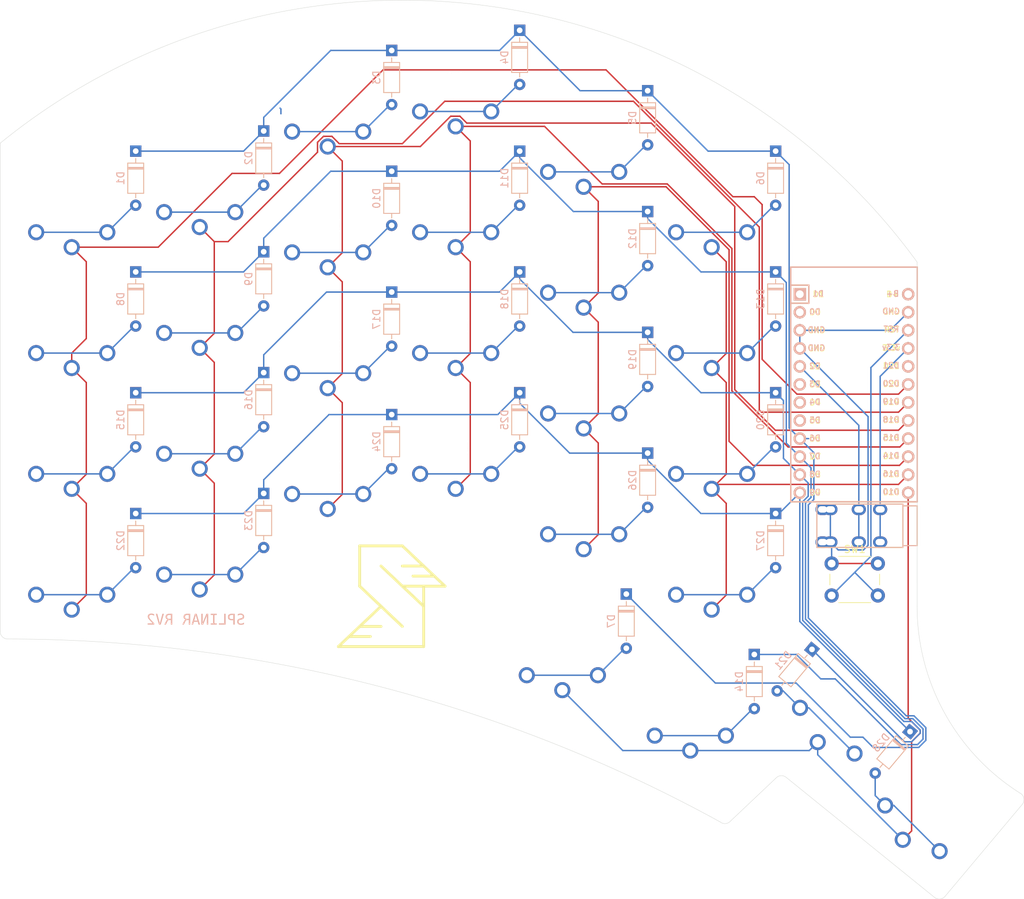
<source format=kicad_pcb>
(kicad_pcb (version 20240108) (generator "pcbnew") (generator_version "8.0")
  (layers (0 "F.Cu" signal) (31 "B.Cu" signal) (34 "B.Paste" user) (35 "F.Paste" user) (36 "B.SilkS" user "B.Silkscreen") (37 "F.SilkS" user "F.Silkscreen") (38 "B.Mask" user) (39 "F.Mask" user) (44 "Edge.Cuts" user))
  (net 0 "")
  (net 1 "Net-(D1-A)")
  (net 2 "Row 0")
  (net 3 "Net-(D2-A)")
  (net 4 "Net-(D3-A)")
  (net 5 "Net-(D4-A)")
  (net 6 "Net-(D5-A)")
  (net 7 "Net-(D6-A)")
  (net 8 "Net-(D7-A)")
  (net 9 "Row 1")
  (net 10 "Net-(D8-A)")
  (net 11 "Net-(D9-A)")
  (net 12 "Net-(D10-A)")
  (net 13 "Net-(D11-A)")
  (net 14 "Net-(D12-A)")
  (net 15 "Net-(D13-A)")
  (net 16 "Net-(D14-A)")
  (net 17 "Net-(D15-A)")
  (net 18 "Row 2")
  (net 19 "Net-(D16-A)")
  (net 20 "Net-(D17-A)")
  (net 21 "Net-(D18-A)")
  (net 22 "Net-(D19-A)")
  (net 23 "Net-(D20-A)")
  (net 24 "Net-(D21-A)")
  (net 25 "Row 3")
  (net 26 "Net-(D22-A)")
  (net 27 "Net-(D23-A)")
  (net 28 "Net-(D24-A)")
  (net 29 "Net-(D25-A)")
  (net 30 "Net-(D26-A)")
  (net 31 "Net-(D27-A)")
  (net 32 "Net-(D28-A)")
  (net 33 "Column 0")
  (net 34 "Column 1")
  (net 35 "Column 2")
  (net 36 "Column 3")
  (net 37 "Column 4")
  (net 38 "Column 5")
  (net 39 "Column 6")
  (net 40 "GND")
  (net 47 "RST")
  (net 48 "SDA")
  (net 49 "VCC")
  (footprint "Flippy:Kailh-PG1350-1u-reversible-No-Clickhole" (layer "F.Cu") (at 72 105.066661)
    (property "Reference" "S23")
    (property "Value" "Keyswitch" (hide yes))
  )
  (footprint "Flippy:Kailh-PG1350-1u-reversible-No-Clickhole" (layer "F.Cu") (at 72 71.066661)
    (property "Reference" "S9")
    (property "Value" "Keyswitch" (hide yes))
  )
  (footprint "Flippy:Kailh-PG1350-1u-reversible-No-Clickhole" (layer "F.Cu") (at 126 99.399995)
    (property "Reference" "S26")
    (property "Value" "Keyswitch" (hide yes))
  )
  (footprint "Button_Switch_THT:SW_PUSH_6mm_H4.3mm" (layer "F.Cu") (at 160.875 107.3125)
    (property "Reference" "SW1")
    (property "Value" "SW_Push")
  )
  (footprint "Flippy:Kailh-PG1350-1u-reversible-No-Clickhole" (layer "F.Cu") (at 126 82.399995)
    (property "Reference" "S19")
    (property "Value" "Keyswitch" (hide yes))
  )
  (footprint "Flippy:Kailh-PG1350-1u-reversible-No-Clickhole" (layer "F.Cu") (at 90 76.733329)
    (property "Reference" "S17")
    (property "Value" "Keyswitch" (hide yes))
  )
  (footprint "Flippy:Kailh-PG1350-1u-reversible-No-Clickhole" (layer "F.Cu") (at 54 73.9)
    (property "Reference" "S8")
    (property "Value" "Keyswitch" (hide yes))
  )
  (footprint "Flippy:Kailh-PG1350-1u-reversible-No-Clickhole" (layer "F.Cu") (at 162.707553 127.926004 -40)
    (property "Reference" "S21")
    (property "Value" "Keyswitch" (hide yes))
  )
  (footprint "Flippy:Kailh-PG1350-1u-reversible-No-Clickhole" (layer "F.Cu") (at 72 88.066661)
    (property "Reference" "S16")
    (property "Value" "Keyswitch" (hide yes))
  )
  (footprint "Flippy:Kailh-PG1350-1u-reversible-No-Clickhole" (layer "F.Cu") (at 90 93.733329)
    (property "Reference" "S24")
    (property "Value" "Keyswitch" (hide yes))
  )
  (footprint "Flippy:Kailh-PG1350-1u-reversible-No-Clickhole" (layer "F.Cu") (at 126 48.399995)
    (property "Reference" "S5")
    (property "Value" "Keyswitch" (hide yes))
  )
  (footprint "Flippy:Kailh-PG1350-1u-reversible-No-Clickhole" (layer "F.Cu") (at 126 65.399995)
    (property "Reference" "S12")
    (property "Value" "Keyswitch" (hide yes))
  )
  (footprint "Flippy:Kailh-PG1350-1u-reversible-No-Clickhole" (layer "F.Cu") (at 144 73.899994)
    (property "Reference" "S13")
    (property "Value" "Keyswitch" (hide yes))
  )
  (footprint "Flippy:Kailh-PG1350-1u-reversible-No-Clickhole" (layer "F.Cu") (at 90 42.733329)
    (property "Reference" "S3")
    (property "Value" "Keyswitch" (hide yes))
  )
  (footprint "Flippy:Kailh-PG1350-1u-reversible-No-Clickhole" (layer "F.Cu") (at 108 56.899996)
    (property "Reference" "S11")
    (property "Value" "Keyswitch" (hide yes))
  )
  (footprint "Flippy:Kailh-PG1350-1u-reversible-No-Clickhole" (layer "F.Cu") (at 144 107.899994)
    (property "Reference" "S27")
    (property "Value" "Keyswitch" (hide yes))
  )
  (footprint "ScottoKeebs_MCU:Nice_Nano_V2" (layer "F.Cu") (at 164.02 83.386683)
    (property "Reference" "U2" (hide yes))
    (property "Value" "Nice_Nano_V2" (hide yes))
  )
  (footprint "Flippy:Kailh-PG1350-1u-reversible-No-Clickhole" (layer "F.Cu") (at 108 90.899996)
    (property "Reference" "S25")
    (property "Value" "Keyswitch" (hide yes))
  )
  (footprint "Flippy:Kailh-PG1350-1u-reversible-No-Clickhole" (layer "F.Cu") (at 54 90.9)
    (property "Reference" "S15")
    (property "Value" "Keyswitch" (hide yes))
  )
  (footprint "Flippy:Kailh-PG1350-1u-reversible-No-Clickhole" (layer "F.Cu") (at 54 56.9)
    (property "Reference" "S1")
    (property "Value" "Keyswitch" (hide yes))
  )
  (footprint "Flippy:TRRS_PJ-320A_FLIP" (layer "F.Cu") (at 170.9 102.000024 -90)
    (property "Reference" "U1")
    (property "Value" "TRRS")
  )
  (footprint "Flippy:Kailh-PG1350-1u-reversible-No-Clickhole" (layer "F.Cu") (at 123 119.23332)
    (property "Reference" "S7")
    (property "Value" "Keyswitch" (hide yes))
  )
  (footprint "Flippy:Kailh-PG1350-1u-reversible-No-Clickhole" (layer "F.Cu") (at 144 90.899994)
    (property "Reference" "S20")
    (property "Value" "Keyswitch" (hide yes))
  )
  (footprint "Flippy:Kailh-PG1350-1u-reversible-No-Clickhole" (layer "F.Cu") (at 144 56.899994)
    (property "Reference" "S6")
    (property "Value" "Keyswitch" (hide yes))
  )
  (footprint "Flippy:Kailh-PG1350-1u-reversible-No-Clickhole" (layer "F.Cu") (at 108 39.899996)
    (property "Reference" "S4")
    (property "Value" "Keyswitch" (hide yes))
  )
  (footprint "Flippy:Kailh-PG1350-1u-reversible-No-Clickhole" (layer "F.Cu") (at 174.675112 141.66665 -40)
    (property "Reference" "S28")
    (property "Value" "Keyswitch" (hide yes))
  )
  (footprint "Flippy:Kailh-PG1350-1u-reversible-No-Clickhole" (layer "F.Cu") (at 90 59.733329)
    (property "Reference" "S10")
    (property "Value" "Keyswitch" (hide yes))
  )
  (footprint "Flippy:Kailh-PG1350-1u-reversible-No-Clickhole" (layer "F.Cu") (at 54 107.9)
    (property "Reference" "S22")
    (property "Value" "Keyswitch" (hide yes))
  )
  (footprint "Flippy:Kailh-PG1350-1u-reversible-No-Clickhole" (layer "F.Cu") (at 108 73.899996)
    (property "Reference" "S18")
    (property "Value" "Keyswitch" (hide yes))
  )
  (footprint "Flippy:Kailh-PG1350-1u-reversible-No-Clickhole" (layer "F.Cu") (at 141 127.733319)
    (property "Reference" "S14")
    (property "Value" "Keyswitch" (hide yes))
  )
  (footprint "Flippy:Kailh-PG1350-1u-reversible-No-Clickhole" (layer "F.Cu") (at 72 54.066661)
    (property "Reference" "S2")
    (property "Value" "Keyswitch" (hide yes))
  )
  (footprint "Flippy:Diode_DO-35-FLIP" (layer "B.Cu") (at 150 120.113319 -90)
    (property "Reference" "D14")
    (property "Value" "Diode")
  )
  (footprint "Flippy:Diode_DO-35-FLIP" (layer "B.Cu") (at 81 63.446661 -90)
    (property "Reference" "D9")
    (property "Value" "Diode")
  )
  (footprint "Flippy:Diode_DO-35-FLIP" (layer "B.Cu") (at 81 80.446661 -90)
    (property "Reference" "D16")
    (property "Value" "Diode")
  )
  (footprint "Flippy:Diode_DO-35-FLIP" (layer "B.Cu") (at 63 66.28 -90)
    (property "Reference" "D8")
    (property "Value" "Diode")
  )
  (footprint "Flippy:Diode_DO-35-FLIP" (layer "B.Cu") (at 117 49.279996 -90)
    (property "Reference" "D11")
    (property "Value" "Diode")
  )
  (footprint "Flippy:Diode_DO-35-FLIP" (layer "B.Cu") (at 135 91.779994 -90)
    (property "Reference" "D26")
    (property "Value" "Diode")
  )
  (footprint "Flippy:Diode_DO-35-FLIP" (layer "B.Cu") (at 117 66.28 -90)
    (property "Reference" "D18")
    (property "Value" "Diode")
  )
  (footprint "Flippy:Diode_DO-35-FLIP" (layer "B.Cu") (at 63 83.28 -90)
    (property "Reference" "D15")
    (property "Value" "Diode")
  )
  (footprint "Flippy:Diode_DO-35-FLIP" (layer "B.Cu") (at 153 49.279994 -90)
    (property "Reference" "D6")
    (property "Value" "Diode")
  )
  (footprint "Flippy:Diode_DO-35-FLIP" (layer "B.Cu") (at 63 49.28 -90)
    (property "Reference" "D1")
    (property "Value" "Diode")
  )
  (footprint "Flippy:Diode_DO-35-FLIP" (layer "B.Cu") (at 81 46.446661 -90)
    (property "Reference" "D2")
    (property "Value" "Diode")
  )
  (footprint "Flippy:Diode_DO-35-FLIP" (layer "B.Cu") (at 117 32.279996 -90)
    (property "Reference" "D4")
    (property "Value" "Diode")
  )
  (footprint "Flippy:Diode_DO-35-FLIP" (layer "B.Cu") (at 99 35.113329 -90)
    (property "Reference" "D3")
    (property "Value" "Diode")
  )
  (footprint "Flippy:Diode_DO-35-FLIP" (layer "B.Cu") (at 135 40.78 -90)
    (property "Reference" "D5")
    (property "Value" "Diode")
  )
  (footprint "Flippy:Diode_DO-35-FLIP" (layer "B.Cu") (at 99 86.355 -90)
    (property "Reference" "D24")
    (property "Value" "Diode")
  )
  (footprint "Flippy:Diode_DO-35-FLIP" (layer "B.Cu") (at 153 66.279994 -90)
    (property "Reference" "D13")
    (property "Value" "Diode")
  )
  (footprint "Flippy:Diode_DO-35-FLIP" (layer "B.Cu") (at 135 57.78 -90)
    (property "Reference" "D12")
    (property "Value" "Diode")
  )
  (footprint "Flippy:Diode_DO-35-FLIP" (layer "B.Cu") (at 158.1112 119.4 -130)
    (property "Reference" "D21")
    (property "Value" "Diode")
  )
  (footprint "Flippy:Diode_DO-35-FLIP" (layer "B.Cu") (at 117 83.279996 -90)
    (property "Reference" "D25")
    (property "Value" "Diode")
  )
  (footprint "Flippy:Diode_DO-35-FLIP" (layer "B.Cu") (at 132 111.613319 -90)
    (property "Reference" "D7")
    (property "Value" "Diode")
  )
  (footprint "Flippy:Diode_DO-35-FLIP" (layer "B.Cu") (at 99 69.113329 -90)
    (property "Reference" "D17")
    (property "Value" "Diode")
  )
  (footprint "Flippy:Diode_DO-35-FLIP" (layer "B.Cu") (at 99 52.113329 -90)
    (property "Reference" "D10")
    (property "Value" "Diode")
  )
  (footprint "Flippy:Diode_DO-35-FLIP" (layer "B.Cu") (at 81 97.446661 -90)
    (property "Reference" "D23")
    (property "Value" "Diode")
  )
  (footprint "Flippy:Diode_DO-35-FLIP" (layer "B.Cu") (at 153 100.28 -90)
    (property "Reference" "D27")
    (property "Value" "Diode")
  )
  (footprint "Flippy:Diode_DO-35-FLIP" (layer "B.Cu") (at 171.9 130.970177 -130)
    (property "Reference" "D28")
    (property "Value" "Diode")
  )
  (footprint "Flippy:Diode_DO-35-FLIP" (layer "B.Cu") (at 153 83.28 -90)
    (property "Reference" "D20")
    (property "Value" "Diode")
  )
  (footprint "Flippy:Diode_DO-35-FLIP" (layer "B.Cu") (at 135 74.78 -90)
    (property "Reference" "D19")
    (property "Value" "Diode")
  )
  (footprint "Flippy:Diode_DO-35-FLIP" (layer "B.Cu") (at 63 100.28 -90)
    (property "Reference" "D22")
    (property "Value" "Diode")
  )
  (gr_line (start 102 109.083359) (end 105 109.083359) (stroke (width 0.4)) (layer "F.SilkS"))
  (gr_line (start 106.5 110.500026) (end 100.5 110.500026) (stroke (width 0.4)) (layer "F.SilkS"))
  (gr_line (start 100.5 116.166694) (end 94.499957 110.500071) (stroke (width 0.4)) (layer "F.SilkS"))
  (gr_line (start 100.5 104.833358) (end 106.5 110.500026) (stroke (width 0.4)) (layer "F.SilkS"))
  (gr_line (start 97.5 113.33336) (end 91.499957 118.999983) (stroke (width 0.4)) (layer "F.SilkS"))
  (gr_line (start 100.5 107.666692) (end 103.5 107.666692) (stroke (width 0.4)) (layer "F.SilkS"))
  (gr_line (start 94.5 104.833358) (end 100.5 104.833358) (stroke (width 0.4)) (layer "F.SilkS"))
  (gr_line (start 94.5 110.500026) (end 94.5 104.833358) (stroke (width 0.4)) (layer "F.SilkS"))
  (gr_line (start 97.5 107.666692) (end 103.5 113.33336) (stroke (width 0.4)) (layer "F.SilkS"))
  (gr_line (start 94.5 116.166694) (end 97.5 116.166694) (stroke (width 0.4)) (layer "F.SilkS"))
  (gr_line (start 91.5 119.000028) (end 103.5 119.000028) (stroke (width 0.4)) (layer "F.SilkS"))
  (gr_line (start 103.5 119.000028) (end 103.5 110.500026) (stroke (width 0.4)) (layer "F.SilkS"))
  (gr_line (start 93 117.583361) (end 96 117.583361) (stroke (width 0.4)) (layer "F.SilkS"))
  (gr_line (start 105 109.083359) (end 103.5 107.666692) (stroke (width 0.1)) (layer "F.SilkS"))
  (gr_arc (start 45 117.9375) (mid 44.248699 117.626301) (end 43.9375 116.875) (stroke (width 0.05)) (layer "Edge.Cuts"))
  (gr_arc (start 146.676237 143.535476) (mid 145.954913 143.910928) (end 145.179352 143.666435) (stroke (width 0.05)) (layer "Edge.Cuts"))
  (gr_line (start 154.5 137.416699) (end 175.329594 154.281959) (stroke (width 0.05)) (layer "Edge.Cuts"))
  (gr_line (start 187.67352 141.223999) (end 176.826479 154.151) (stroke (width 0.05)) (layer "Edge.Cuts"))
  (gr_arc (start 176.826479 154.151) (mid 176.105159 154.526495) (end 175.329594 154.281959) (stroke (width 0.05)) (layer "Edge.Cuts"))
  (gr_arc (start 187.542559 139.727116) (mid 176.802804 128.426081) (end 172.895696 113.33336) (stroke (width 0.05)) (layer "Edge.Cuts"))
  (gr_arc (start 187.542559 139.727117) (mid 187.918053 140.448435) (end 187.67352 141.223999) (stroke (width 0.05)) (layer "Edge.Cuts"))
  (gr_arc (start 43.937496 48.166662) (mid 112.010304 28.782979) (end 172.891486 64.881676) (stroke (width 0.05)) (layer "Edge.Cuts"))
  (gr_arc (start 45 117.9375) (mid 96.71528 124.472443) (end 145.179352 143.666435) (stroke (width 0.05)) (layer "Edge.Cuts"))
  (gr_line (start 146.676237 143.535476) (end 153.003115 137.547658) (stroke (width 0.05)) (layer "Edge.Cuts"))
  (gr_line (start 43.937495 48.166661) (end 43.9375 116.875) (stroke (width 0.05)) (layer "Edge.Cuts"))
  (gr_line (start 172.895696 113.33336) (end 172.891486 64.881676) (stroke (width 0.05)) (layer "Edge.Cuts"))
  (gr_arc (start 153.003115 137.547658) (mid 153.724439 137.172206) (end 154.5 137.416699) (stroke (width 0.05)) (layer "Edge.Cuts"))
  (gr_text "SPLINAR RV2" (at 64.5 116.166694 0) (layer "B.SilkS") (effects (font (size 1.5 1.5) (thickness 0.1)) (justify right bottom mirror)))
  (segment (start 62.8 56.9) (end 63 56.9) (width 0.2) (layer "B.Cu") (net 1))
  (segment (start 49 60.7) (end 59 60.7) (width 0.2) (layer "B.Cu") (net 1))
  (segment (start 59 60.7) (end 62.8 56.9) (width 0.2) (layer "B.Cu") (net 1))
  (segment (start 83.422089 44.024572) (end 83.422089 43.352474) (width 0.2) (layer "B.Cu") (net 2))
  (segment (start 154.9 51.179994) (end 153 49.279994) (width 0.2) (layer "B.Cu") (net 2))
  (segment (start 90.422944 35.113329) (end 99 35.113329) (width 0.2) (layer "B.Cu") (net 2))
  (segment (start 125.500004 40.78) (end 117 32.279996) (width 0.2) (layer "B.Cu") (net 2))
  (segment (start 157.6 99.06669) (end 158.3763 98.29039) (width 0.2) (layer "B.Cu") (net 2))
  (segment (start 173.118474 133.197243) (end 174.127066 132.18865) (width 0.2) (layer "B.Cu") (net 2))
  (segment (start 171.369992 128.743111) (end 157.6 114.973119) (width 0.2) (layer "B.Cu") (net 2))
  (segment (start 158.3763 91.712983) (end 156.4 89.736683) (width 0.2) (layer "B.Cu") (net 2))
  (segment (start 156.4 89.736683) (end 157.639275 89.736683) (width 0.2) (layer "B.Cu") (net 2))
  (segment (start 143.499994 49.279994) (end 135 40.78) (width 0.2) (layer "B.Cu") (net 2))
  (segment (start 163.5 131.750031) (end 165.274027 131.750031) (width 0.2) (layer "B.Cu") (net 2))
  (segment (start 135 40.78) (end 125.500004 40.78) (width 0.2) (layer "B.Cu") (net 2))
  (segment (start 99 35.113329) (end 114.166667 35.113329) (width 0.2) (layer "B.Cu") (net 2))
  (segment (start 78.166661 49.28) (end 81 46.446661) (width 0.2) (layer "B.Cu") (net 2))
  (segment (start 172.45424 128.743111) (end 171.369992 128.743111) (width 0.2) (layer "B.Cu") (net 2))
  (segment (start 153 49.279994) (end 143.499994 49.279994) (width 0.2) (layer "B.Cu") (net 2))
  (segment (start 156.4 89.736683) (end 154.9 88.236683) (width 0.2) (layer "B.Cu") (net 2))
  (segment (start 166.721239 133.197243) (end 173.118474 133.197243) (width 0.2) (layer "B.Cu") (net 2))
  (segment (start 83.422089 43.352474) (end 83.3 43.230385) (width 0.2) (layer "B.Cu") (net 2))
  (segment (start 132 111.613319) (end 144.52394 124.137259) (width 0.2) (layer "B.Cu") (net 2))
  (segment (start 154.9 88.236683) (end 154.9 51.179994) (width 0.2) (layer "B.Cu") (net 2))
  (segment (start 165.274027 131.750031) (end 166.721239 133.197243) (width 0.2) (layer "B.Cu") (net 2))
  (segment (start 81 44.536273) (end 90.422944 35.113329) (width 0.2) (layer "B.Cu") (net 2))
  (segment (start 157.6 114.973119) (end 157.6 99.06669) (width 0.2) (layer "B.Cu") (net 2))
  (segment (start 63 49.28) (end 78.166661 49.28) (width 0.2) (layer "B.Cu") (net 2))
  (segment (start 174.127066 130.415936) (end 172.45424 128.743111) (width 0.2) (layer "B.Cu") (net 2))
  (segment (start 174.127066 132.18865) (end 174.127066 130.415936) (width 0.2) (layer "B.Cu") (net 2))
  (segment (start 81 46.446661) (end 81 44.536273) (width 0.2) (layer "B.Cu") (net 2))
  (segment (start 155.887228 124.137259) (end 163.5 131.750031) (width 0.2) (layer "B.Cu") (net 2))
  (segment (start 158.3763 98.29039) (end 158.3763 91.712983) (width 0.2) (layer "B.Cu") (net 2))
  (segment (start 144.52394 124.137259) (end 155.887228 124.137259) (width 0.2) (layer "B.Cu") (net 2))
  (segment (start 114.166667 35.113329) (end 117 32.279996) (width 0.2) (layer "B.Cu") (net 2))
  (segment (start 80.8 54.066661) (end 81 54.066661) (width 0.2) (layer "B.Cu") (net 3))
  (segment (start 67 57.866661) (end 77 57.866661) (width 0.2) (layer "B.Cu") (net 3))
  (segment (start 77 57.866661) (end 80.8 54.066661) (width 0.2) (layer "B.Cu") (net 3))
  (segment (start 95 46.533329) (end 98.8 42.733329) (width 0.2) (layer "B.Cu") (net 4))
  (segment (start 85 46.533329) (end 95 46.533329) (width 0.2) (layer "B.Cu") (net 4))
  (segment (start 98.8 42.733329) (end 99 42.733329) (width 0.2) (layer "B.Cu") (net 4))
  (segment (start 116.8 39.899996) (end 117 39.899996) (width 0.2) (layer "B.Cu") (net 5))
  (segment (start 103 43.699996) (end 113 43.699996) (width 0.2) (layer "B.Cu") (net 5))
  (segment (start 113 43.699996) (end 116.8 39.899996) (width 0.2) (layer "B.Cu") (net 5))
  (segment (start 134.799995 48.4) (end 135 48.4) (width 0.2) (layer "B.Cu") (net 6))
  (segment (start 121 52.199995) (end 131 52.199995) (width 0.2) (layer "B.Cu") (net 6))
  (segment (start 131 52.199995) (end 134.799995 48.4) (width 0.2) (layer "B.Cu") (net 6))
  (segment (start 152.8 56.899994) (end 153 56.899994) (width 0.2) (layer "B.Cu") (net 7))
  (segment (start 139 60.699994) (end 149 60.699994) (width 0.2) (layer "B.Cu") (net 7))
  (segment (start 149 60.699994) (end 152.8 56.899994) (width 0.2) (layer "B.Cu") (net 7))
  (segment (start 128 123.03332) (end 131.800001 119.233319) (width 0.2) (layer "B.Cu") (net 8))
  (segment (start 131.800001 119.233319) (end 132 119.233319) (width 0.2) (layer "B.Cu") (net 8))
  (segment (start 118 123.03332) (end 128 123.03332) (width 0.2) (layer "B.Cu") (net 8))
  (segment (start 155.914012 120.113319) (end 159.352951 123.552258) (width 0.2) (layer "B.Cu") (net 9))
  (segment (start 117 50.223735) (end 124.556265 57.78) (width 0.2) (layer "B.Cu") (net 9))
  (segment (start 78.166661 66.28) (end 81 63.446661) (width 0.2) (layer "B.Cu") (net 9))
  (segment (start 173.727066 132.022965) (end 173.727066 130.581622) (width 0.2) (layer "B.Cu") (net 9))
  (segment (start 99 52.113329) (end 114.166667 52.113329) (width 0.2) (layer "B.Cu") (net 9))
  (segment (start 157.9763 98.009608) (end 157.9763 93.852983) (width 0.2) (layer "B.Cu") (net 9))
  (segment (start 157.2 115.138805) (end 157.2 98.785909) (width 0.2) (layer "B.Cu") (net 9))
  (segment (start 63 66.28) (end 78.166661 66.28) (width 0.2) (layer "B.Cu") (net 9))
  (segment (start 135 58.78) (end 142.499994 66.279994) (width 0.2) (layer "B.Cu") (net 9))
  (segment (start 172.288555 129.143111) (end 171.204306 129.143111) (width 0.2) (layer "B.Cu") (net 9))
  (segment (start 90.422944 52.113329) (end 99 52.113329) (width 0.2) (layer "B.Cu") (net 9))
  (segment (start 159.352951 123.552258) (end 161.38556 123.552258) (width 0.2) (layer "B.Cu") (net 9))
  (segment (start 172.952788 132.797243) (end 173.727066 132.022965) (width 0.2) (layer "B.Cu") (net 9))
  (segment (start 114.166667 52.113329) (end 117 49.279996) (width 0.2) (layer "B.Cu") (net 9))
  (segment (start 173.727066 130.581622) (end 172.288555 129.143111) (width 0.2) (layer "B.Cu") (net 9))
  (segment (start 170.630545 132.797243) (end 172.952788 132.797243) (width 0.2) (layer "B.Cu") (net 9))
  (segment (start 150 120.113319) (end 155.914012 120.113319) (width 0.2) (layer "B.Cu") (net 9))
  (segment (start 81 63.446661) (end 81 61.536273) (width 0.2) (layer "B.Cu") (net 9))
  (segment (start 124.556265 57.78) (end 135 57.78) (width 0.2) (layer "B.Cu") (net 9))
  (segment (start 171.204306 129.143111) (end 157.2 115.138805) (width 0.2) (layer "B.Cu") (net 9))
  (segment (start 157.9763 93.852983) (end 156.4 92.276683) (width 0.2) (layer "B.Cu") (net 9))
  (segment (start 142.499994 66.279994) (end 153 66.279994) (width 0.2) (layer "B.Cu") (net 9))
  (segment (start 157.2 98.785909) (end 157.9763 98.009608) (width 0.2) (layer "B.Cu") (net 9))
  (segment (start 81 61.536273) (end 90.422944 52.113329) (width 0.2) (layer "B.Cu") (net 9))
  (segment (start 154.5 90.376683) (end 154.5 67.779994) (width 0.2) (layer "B.Cu") (net 9))
  (segment (start 117 49.279996) (end 117 50.223735) (width 0.2) (layer "B.Cu") (net 9))
  (segment (start 154.5 67.779994) (end 153 66.279994) (width 0.2) (layer "B.Cu") (net 9))
  (segment (start 156.4 92.276683) (end 154.5 90.376683) (width 0.2) (layer "B.Cu") (net 9))
  (segment (start 161.38556 123.552258) (end 170.630545 132.797243) (width 0.2) (layer "B.Cu") (net 9))
  (segment (start 135 57.78) (end 135 58.78) (width 0.2) (layer "B.Cu") (net 9))
  (segment (start 49 77.7) (end 59 77.7) (width 0.2) (layer "B.Cu") (net 10))
  (segment (start 59 77.7) (end 62.8 73.9) (width 0.2) (layer "B.Cu") (net 10))
  (segment (start 62.8 73.9) (end 63 73.9) (width 0.2) (layer "B.Cu") (net 10))
  (segment (start 67 74.866661) (end 77 74.866661) (width 0.2) (layer "B.Cu") (net 11))
  (segment (start 77.2 74.866661) (end 77 74.866661) (width 0.2) (layer "B.Cu") (net 11))
  (segment (start 81 71.066661) (end 77.2 74.866661) (width 0.2) (layer "B.Cu") (net 11))
  (segment (start 98.8 59.733329) (end 99 59.733329) (width 0.2) (layer "B.Cu") (net 12))
  (segment (start 95 63.533329) (end 98.8 59.733329) (width 0.2) (layer "B.Cu") (net 12))
  (segment (start 85 63.533329) (end 95 63.533329) (width 0.2) (layer "B.Cu") (net 12))
  (segment (start 116.8 56.899996) (end 117 56.899996) (width 0.2) (layer "B.Cu") (net 13))
  (segment (start 113 60.699996) (end 116.8 56.899996) (width 0.2) (layer "B.Cu") (net 13))
  (segment (start 103 60.699996) (end 113 60.699996) (width 0.2) (layer "B.Cu") (net 13))
  (segment (start 131 69.199995) (end 134.799995 65.4) (width 0.2) (layer "B.Cu") (net 14))
  (segment (start 121 69.199995) (end 131 69.199995) (width 0.2) (layer "B.Cu") (net 14))
  (segment (start 134.799995 65.4) (end 135 65.4) (width 0.2) (layer "B.Cu") (net 14))
  (segment (start 139 77.699994) (end 149 77.699994) (width 0.2) (layer "B.Cu") (net 15))
  (segment (start 149 77.699994) (end 152.8 73.899994) (width 0.2) (layer "B.Cu") (net 15))
  (segment (start 152.8 73.899994) (end 153 73.899994) (width 0.2) (layer "B.Cu") (net 15))
  (segment (start 146 131.533319) (end 149.8 127.733319) (width 0.2) (layer "B.Cu") (net 16))
  (segment (start 149.8 127.733319) (end 150 127.733319) (width 0.2) (layer "B.Cu") (net 16))
  (segment (start 136 131.533319) (end 146 131.533319) (width 0.2) (layer "B.Cu") (net 16))
  (segment (start 49 94.7) (end 59 94.7) (width 0.2) (layer "B.Cu") (net 17))
  (segment (start 62.8 90.9) (end 63 90.9) (width 0.2) (layer "B.Cu") (net 17))
  (segment (start 59 94.7) (end 62.8 90.9) (width 0.2) (layer "B.Cu") (net 17))
  (segment (start 171.108443 132.397243) (end 172.12287 132.397243) (width 0.2) (layer "B.Cu") (net 18))
  (segment (start 114.166671 69.113329) (end 117 66.28) (width 0.2) (layer "B.Cu") (net 18))
  (segment (start 142.5 83.28) (end 153 83.28) (width 0.2) (layer "B.Cu") (net 18))
  (segment (start 89.836644 69.113329) (end 81 77.949973) (width 0.2) (layer "B.Cu") (net 18))
  (segment (start 63 83.28) (end 78.166661 83.28) (width 0.2) (layer "B.Cu") (net 18))
  (segment (start 156.8 115.304491) (end 156.8 98.620223) (width 0.2) (layer "B.Cu") (net 18))
  (segment (start 172.12287 132.397243) (end 173.327066 131.193047) (width 0.2) (layer "B.Cu") (net 18))
  (segment (start 156.4 94.816683) (end 154.1 92.516683) (width 0.2) (layer "B.Cu") (net 18))
  (segment (start 99 69.113329) (end 114.166671 69.113329) (width 0.2) (layer "B.Cu") (net 18))
  (segment (start 171.03862 129.543111) (end 156.8 115.304491) (width 0.2) (layer "B.Cu") (net 18))
  (segment (start 81 77.949973) (end 81 80.446661) (width 0.2) (layer "B.Cu") (net 18))
  (segment (start 156.8 98.620223) (end 157.5763 97.843923) (width 0.2) (layer "B.Cu") (net 18))
  (segment (start 157.5763 97.843923) (end 157.5763 95.992983) (width 0.2) (layer "B.Cu") (net 18))
  (segment (start 135 75.78) (end 142.5 83.28) (width 0.2) (layer "B.Cu") (net 18))
  (segment (start 117 67.28) (end 124.5 74.78) (width 0.2) (layer "B.Cu") (net 18))
  (segment (start 135 74.78) (end 135 75.78) (width 0.2) (layer "B.Cu") (net 18))
  (segment (start 117 66.28) (end 117 67.28) (width 0.2) (layer "B.Cu") (net 18))
  (segment (start 173.327066 131.193047) (end 173.327066 130.747307) (width 0.2) (layer "B.Cu") (net 18))
  (segment (start 99 69.113329) (end 89.836644 69.113329) (width 0.2) (layer "B.Cu") (net 18))
  (segment (start 124.5 74.78) (end 135 74.78) (width 0.2) (layer "B.Cu") (net 18))
  (segment (start 173.327066 130.747307) (end 172.12287 129.543111) (width 0.2) (layer "B.Cu") (net 18))
  (segment (start 78.166661 83.28) (end 81 80.446661) (width 0.2) (layer "B.Cu") (net 18))
  (segment (start 154.1 84.38) (end 153 83.28) (width 0.2) (layer "B.Cu") (net 18))
  (segment (start 154.1 92.516683) (end 154.1 84.38) (width 0.2) (layer "B.Cu") (net 18))
  (segment (start 157.5763 95.992983) (end 156.4 94.816683) (width 0.2) (layer "B.Cu") (net 18))
  (segment (start 158.1112 119.4) (end 171.108443 132.397243) (width 0.2) (layer "B.Cu") (net 18))
  (segment (start 172.12287 129.543111) (end 171.03862 129.543111) (width 0.2) (layer "B.Cu") (net 18))
  (segment (start 80.8 88.066661) (end 81 88.066661) (width 0.2) (layer "B.Cu") (net 19))
  (segment (start 77 91.866661) (end 80.8 88.066661) (width 0.2) (layer "B.Cu") (net 19))
  (segment (start 67 91.866661) (end 77 91.866661) (width 0.2) (layer "B.Cu") (net 19))
  (segment (start 98.8 76.733329) (end 99 76.733329) (width 0.2) (layer "B.Cu") (net 20))
  (segment (start 85 80.533329) (end 95 80.533329) (width 0.2) (layer "B.Cu") (net 20))
  (segment (start 95 80.533329) (end 98.8 76.733329) (width 0.2) (layer "B.Cu") (net 20))
  (segment (start 103 77.699996) (end 113 77.699996) (width 0.2) (layer "B.Cu") (net 21))
  (segment (start 113 77.699996) (end 116.799996 73.9) (width 0.2) (layer "B.Cu") (net 21))
  (segment (start 116.799996 73.9) (end 117 73.9) (width 0.2) (layer "B.Cu") (net 21))
  (segment (start 121 86.199995) (end 131 86.199995) (width 0.2) (layer "B.Cu") (net 22))
  (segment (start 134.799995 82.4) (end 135 82.4) (width 0.2) (layer "B.Cu") (net 22))
  (segment (start 131 86.199995) (end 134.799995 82.4) (width 0.2) (layer "B.Cu") (net 22))
  (segment (start 152.799994 90.9) (end 153 90.9) (width 0.2) (layer "B.Cu") (net 23))
  (segment (start 149 94.699994) (end 152.799994 90.9) (width 0.2) (layer "B.Cu") (net 23))
  (segment (start 139 94.699994) (end 149 94.699994) (width 0.2) (layer "B.Cu") (net 23))
  (segment (start 164.095182 134.050911) (end 157.667306 127.623035) (width 0.2) (layer "B.Cu") (net 24))
  (segment (start 156.434738 127.623035) (end 154.048962 125.237259) (width 0.2) (layer "B.Cu") (net 24))
  (segment (start 154.048962 125.237259) (end 153.213158 125.237259) (width 0.2) (layer "B.Cu") (net 24))
  (segment (start 157.667306 127.623035) (end 156.434738 127.623035) (width 0.2) (layer "B.Cu") (net 24))
  (segment (start 63 100.28) (end 78.166661 100.28) (width 0.2) (layer "B.Cu") (net 25))
  (segment (start 156.4 115.470177) (end 156.4 97.356683) (width 0.2) (layer "B.Cu") (net 25))
  (segment (start 99 86.355) (end 113.924996 86.355) (width 0.2) (layer "B.Cu") (net 25))
  (segment (start 142.500006 100.28) (end 153 100.28) (width 0.2) (layer "B.Cu") (net 25))
  (segment (start 81 97.446661) (end 81 95.536273) (width 0.2) (layer "B.Cu") (net 25))
  (segment (start 78.166661 100.28) (end 81 97.446661) (width 0.2) (layer "B.Cu") (net 25))
  (segment (start 135 91.779994) (end 135 92.779994) (width 0.2) (layer "B.Cu") (net 25))
  (segment (start 81 95.536273) (end 90.181273 86.355) (width 0.2) (layer "B.Cu") (net 25))
  (segment (start 113.924996 86.355) (end 117 83.279996) (width 0.2) (layer "B.Cu") (net 25))
  (segment (start 135 92.779994) (end 142.500006 100.28) (width 0.2) (layer "B.Cu") (net 25))
  (segment (start 171.9 130.970177) (end 156.4 115.470177) (width 0.2) (layer "B.Cu") (net 25))
  (segment (start 117 84.750021) (end 124.029973 91.779994) (width 0.2) (layer "B.Cu") (net 25))
  (segment (start 124.029973 91.779994) (end 135 91.779994) (width 0.2) (layer "B.Cu") (net 25))
  (segment (start 90.181273 86.355) (end 99 86.355) (width 0.2) (layer "B.Cu") (net 25))
  (segment (start 117 83.279996) (end 117 84.750021) (width 0.2) (layer "B.Cu") (net 25))
  (segment (start 153.476683 100.28) (end 156.4 97.356683) (width 0.2) (layer "B.Cu") (net 25))
  (segment (start 153 100.28) (end 153.476683 100.28) (width 0.2) (layer "B.Cu") (net 25))
  (segment (start 59 111.7) (end 62.8 107.9) (width 0.2) (layer "B.Cu") (net 26))
  (segment (start 49 111.7) (end 59 111.7) (width 0.2) (layer "B.Cu") (net 26))
  (segment (start 62.8 107.9) (end 63 107.9) (width 0.2) (layer "B.Cu") (net 26))
  (segment (start 67 108.866661) (end 77 108.866661) (width 0.2) (layer "B.Cu") (net 27))
  (segment (start 77 108.866661) (end 80.8 105.066661) (width 0.2) (layer "B.Cu") (net 27))
  (segment (start 80.8 105.066661) (end 81 105.066661) (width 0.2) (layer "B.Cu") (net 27))
  (segment (start 95 97.533329) (end 98.558329 93.975) (width 0.2) (layer "B.Cu") (net 28))
  (segment (start 98.558329 93.975) (end 99 93.975) (width 0.2) (layer "B.Cu") (net 28))
  (segment (start 85 97.533329) (end 95 97.533329) (width 0.2) (layer "B.Cu") (net 28))
  (segment (start 103 94.699996) (end 113 94.699996) (width 0.2) (layer "B.Cu") (net 29))
  (segment (start 116.8 90.899996) (end 117 90.899996) (width 0.2) (layer "B.Cu") (net 29))
  (segment (start 113 94.699996) (end 116.8 90.899996) (width 0.2) (layer "B.Cu") (net 29))
  (segment (start 134.800001 99.399994) (end 135 99.399994) (width 0.2) (layer "B.Cu") (net 30))
  (segment (start 121 103.199995) (end 131 103.199995) (width 0.2) (layer "B.Cu") (net 30))
  (segment (start 131 103.199995) (end 134.800001 99.399994) (width 0.2) (layer "B.Cu") (net 30))
  (segment (start 139 111.699994) (end 149 111.699994) (width 0.2) (layer "B.Cu") (net 31))
  (segment (start 152.799994 107.9) (end 153 107.9) (width 0.2) (layer "B.Cu") (net 31))
  (segment (start 149 111.699994) (end 152.799994 107.9) (width 0.2) (layer "B.Cu") (net 31))
  (segment (start 168.402297 141.363681) (end 167.001958 139.963342) (width 0.2) (layer "B.Cu") (net 32))
  (segment (start 169.634865 141.363681) (end 168.402297 141.363681) (width 0.2) (layer "B.Cu") (net 32))
  (segment (start 167.001958 139.963342) (end 167.001958 136.807436) (width 0.2) (layer "B.Cu") (net 32))
  (segment (start 176.062741 147.791557) (end 169.634865 141.363681) (width 0.2) (layer "B.Cu") (net 32))
  (segment (start 54 113.8) (end 56.05 111.75) (width 0.2) (layer "F.Cu") (net 33))
  (segment (start 66.165799 62.8) (end 54 62.8) (width 0.2) (layer "F.Cu") (net 33))
  (segment (start 129.14802 37.849996) (end 97.782471 37.849996) (width 0.2) (layer "F.Cu") (net 33))
  (segment (start 151.1 78.580383) (end 151.1 56.802938) (width 0.2) (layer "F.Cu") (net 33))
  (segment (start 151.1 56.802938) (end 149.997056 55.699994) (width 0.2) (layer "F.Cu") (net 33))
  (segment (start 54 79.8) (end 54 77.702944) (width 0.2) (layer "F.Cu") (net 33))
  (segment (start 146.998018 55.699994) (end 129.14802 37.849996) (width 0.2) (layer "F.Cu") (net 33))
  (segment (start 56.05 98.85) (end 54 96.8) (width 0.2) (layer "F.Cu") (net 33))
  (segment (start 56.05 94.75) (end 56.05 81.85) (width 0.2) (layer "F.Cu") (net 33))
  (segment (start 170.2763 83.480383) (end 156 83.480383) (width 0.2) (layer "F.Cu") (net 33))
  (segment (start 54 96.8) (end 56.05 94.75) (width 0.2) (layer "F.Cu") (net 33))
  (segment (start 97.782471 37.849996) (end 83.215788 52.416679) (width 0.2) (layer "F.Cu") (net 33))
  (segment (start 83.215788 52.416679) (end 76.54912 52.416679) (width 0.2) (layer "F.Cu") (net 33))
  (segment (start 54 77.702944) (end 56.05 75.652944) (width 0.2) (layer "F.Cu") (net 33))
  (segment (start 156 83.480383) (end 151.1 78.580383) (width 0.2) (layer "F.Cu") (net 33))
  (segment (start 56.05 64.85) (end 54 62.8) (width 0.2) (layer "F.Cu") (net 33))
  (segment (start 76.54912 52.416679) (end 66.165799 62.8) (width 0.2) (layer "F.Cu") (net 33))
  (segment (start 171.64 82.116683) (end 170.2763 83.480383) (width 0.2) (layer "F.Cu") (net 33))
  (segment (start 56.05 111.75) (end 56.05 98.85) (width 0.2) (layer "F.Cu") (net 33))
  (segment (start 56.05 75.652944) (end 56.05 64.85) (width 0.2) (layer "F.Cu") (net 33))
  (segment (start 149.997056 55.699994) (end 146.998018 55.699994) (width 0.2) (layer "F.Cu") (net 33))
  (segment (start 56.05 81.85) (end 54 79.8) (width 0.2) (layer "F.Cu") (net 33))
  (segment (start 133.001335 42.268996) (end 106.464333 42.268996) (width 0.2) (layer "F.Cu") (net 34))
  (segment (start 90.59274 47.202329) (end 89.40726 47.202329) (width 0.2) (layer "F.Cu") (net 34))
  (segment (start 75.983351 62.016661) (end 74.05 62.016661) (width 0.2) (layer "F.Cu") (net 34))
  (segment (start 72 76.966661) (end 74.05 74.916661) (width 0.2) (layer "F.Cu") (net 34))
  (segment (start 88.569 48.040589) (end 88.569 49.431012) (width 0.2) (layer "F.Cu") (net 34))
  (segment (start 89.40726 47.202329) (end 88.569 48.040589) (width 0.2) (layer "F.Cu") (net 34))
  (segment (start 74.05 91.916661) (end 74.05 79.016661) (width 0.2) (layer "F.Cu") (net 34))
  (segment (start 74.05 79.016661) (end 72 76.966661) (width 0.2) (layer "F.Cu") (net 34))
  (segment (start 91.62374 48.233329) (end 90.59274 47.202329) (width 0.2) (layer "F.Cu") (net 34))
  (segment (start 171.64 84.656683) (end 170.2763 86.020383) (width 0.2) (layer "F.Cu") (net 34))
  (segment (start 74.05 74.916661) (end 74.05 62.016661) (width 0.2) (layer "F.Cu") (net 34))
  (segment (start 88.569 49.431012) (end 75.983351 62.016661) (width 0.2) (layer "F.Cu") (net 34))
  (segment (start 74.05 96.016661) (end 72 93.966661) (width 0.2) (layer "F.Cu") (net 34))
  (segment (start 150.7 85.70002) (end 150.7 59.967661) (width 0.2) (layer "F.Cu") (net 34))
  (segment (start 74.05 108.916661) (end 74.05 96.016661) (width 0.2) (layer "F.Cu") (net 34))
  (segment (start 72 93.966661) (end 74.05 91.916661) (width 0.2) (layer "F.Cu") (net 34))
  (segment (start 170.2763 86.020383) (end 151.020363 86.020383) (width 0.2) (layer "F.Cu") (net 34))
  (segment (start 150.7 59.967661) (end 133.001335 42.268996) (width 0.2) (layer "F.Cu") (net 34))
  (segment (start 100.5 48.233329) (end 91.62374 48.233329) (width 0.2) (layer "F.Cu") (net 34))
  (segment (start 74.05 62.016661) (end 72 59.966661) (width 0.2) (layer "F.Cu") (net 34))
  (segment (start 72 110.966661) (end 74.05 108.916661) (width 0.2) (layer "F.Cu") (net 34))
  (segment (start 106.464333 42.268996) (end 100.5 48.233329) (width 0.2) (layer "F.Cu") (net 34))
  (segment (start 151.020363 86.020383) (end 150.7 85.70002) (width 0.2) (layer "F.Cu") (net 34))
  (segment (start 92.05 97.583329) (end 92.05 84.683329) (width 0.2) (layer "F.Cu") (net 35))
  (segment (start 90 99.633329) (end 92.05 97.583329) (width 0.2) (layer "F.Cu") (net 35))
  (segment (start 170.2763 88.560383) (end 152.959381 88.560383) (width 0.2) (layer "F.Cu") (net 35))
  (segment (start 92.05 84.683329) (end 90 82.633329) (width 0.2) (layer "F.Cu") (net 35))
  (segment (start 92.05 67.683329) (end 90 65.633329) (width 0.2) (layer "F.Cu") (net 35))
  (segment (start 92.05 63.583329) (end 92.05 50.683329) (width 0.2) (layer "F.Cu") (net 35))
  (segment (start 92.05 80.583329) (end 92.05 67.683329) (width 0.2) (layer "F.Cu") (net 35))
  (segment (start 135.499998 45.333344) (end 109.557088 45.333344) (width 0.2) (layer "F.Cu") (net 35))
  (segment (start 108.59274 44.368996) (end 107.297682 44.368996) (width 0.2) (layer "F.Cu") (net 35))
  (segment (start 171.64 87.196683) (end 170.2763 88.560383) (width 0.2) (layer "F.Cu") (net 35))
  (segment (start 103.033349 48.633329) (end 90 48.633329) (width 0.2) (layer "F.Cu") (net 35))
  (segment (start 90 82.633329) (end 92.05 80.583329) (width 0.2) (layer "F.Cu") (net 35))
  (segment (start 107.297682 44.368996) (end 103.033349 48.633329) (width 0.2) (layer "F.Cu") (net 35))
  (segment (start 152.959381 88.560383) (end 147.25 82.851002) (width 0.2) (layer "F.Cu") (net 35))
  (segment (start 147.25 82.851002) (end 147.25 57.083346) (width 0.2) (layer "F.Cu") (net 35))
  (segment (start 90 65.633329) (end 92.05 63.583329) (width 0.2) (layer "F.Cu") (net 35))
  (segment (start 92.05 50.683329) (end 90 48.633329) (width 0.2) (layer "F.Cu") (net 35))
  (segment (start 147.25 57.083346) (end 135.499998 45.333344) (width 0.2) (layer "F.Cu") (net 35))
  (segment (start 109.557088 45.333344) (end 108.59274 44.368996) (width 0.2) (layer "F.Cu") (net 35))
  (segment (start 120.500863 45.799996) (end 128.600862 53.899995) (width 0.2) (layer "F.Cu") (net 36))
  (segment (start 170.4637 90.912983) (end 171.64 89.736683) (width 0.2) (layer "F.Cu") (net 36))
  (segment (start 108 96.799996) (end 110.05 94.749996) (width 0.2) (layer "F.Cu") (net 36))
  (segment (start 110.05 64.849996) (end 108 62.799996) (width 0.2) (layer "F.Cu") (net 36))
  (segment (start 108 79.799996) (end 110.05 77.749996) (width 0.2) (layer "F.Cu") (net 36))
  (segment (start 154.746295 90.912983) (end 170.4637 90.912983) (width 0.2) (layer "F.Cu") (net 36))
  (segment (start 146.85 62.987253) (end 146.85 83.016688) (width 0.2) (layer "F.Cu") (net 36))
  (segment (start 110.05 94.749996) (end 110.05 81.849996) (width 0.2) (layer "F.Cu") (net 36))
  (segment (start 128.600862 53.899995) (end 137.762743 53.899995) (width 0.2) (layer "F.Cu") (net 36))
  (segment (start 108 45.799996) (end 120.500863 45.799996) (width 0.2) (layer "F.Cu") (net 36))
  (segment (start 110.05 77.749996) (end 110.05 64.849996) (width 0.2) (layer "F.Cu") (net 36))
  (segment (start 110.05 47.849996) (end 108 45.799996) (width 0.2) (layer "F.Cu") (net 36))
  (segment (start 110.05 60.749996) (end 110.05 47.849996) (width 0.2) (layer "F.Cu") (net 36))
  (segment (start 137.762743 53.899995) (end 146.85 62.987253) (width 0.2) (layer "F.Cu") (net 36))
  (segment (start 108 62.799996) (end 110.05 60.749996) (width 0.2) (layer "F.Cu") (net 36))
  (segment (start 146.85 83.016688) (end 154.746295 90.912983) (width 0.2) (layer "F.Cu") (net 36))
  (segment (start 110.05 81.849996) (end 108 79.799996) (width 0.2) (layer "F.Cu") (net 36))
  (segment (start 137.597057 54.299995) (end 126 54.299995) (width 0.2) (layer "F.Cu") (net 37))
  (segment (start 128.05 56.349995) (end 126 54.299995) (width 0.2) (layer "F.Cu") (net 37))
  (segment (start 128.05 73.349995) (end 126 71.299995) (width 0.2) (layer "F.Cu") (net 37))
  (segment (start 149.833334 93.500022) (end 146.45 90.116688) (width 0.2) (layer "F.Cu") (net 37))
  (segment (start 170.416661 93.500022) (end 149.833334 93.500022) (width 0.2) (layer "F.Cu") (net 37))
  (segment (start 146.45 90.116688) (end 146.45 63.152938) (width 0.2) (layer "F.Cu") (net 37))
  (segment (start 126 88.299995) (end 128.05 86.249995) (width 0.2) (layer "F.Cu") (net 37))
  (segment (start 126 105.299995) (end 128.05 103.249995) (width 0.2) (layer "F.Cu") (net 37))
  (segment (start 128.05 103.249995) (end 128.05 90.349995) (width 0.2) (layer "F.Cu") (net 37))
  (segment (start 146.45 63.152938) (end 137.597057 54.299995) (width 0.2) (layer "F.Cu") (net 37))
  (segment (start 126 71.299995) (end 128.05 69.249995) (width 0.2) (layer "F.Cu") (net 37))
  (segment (start 128.05 69.249995) (end 128.05 56.349995) (width 0.2) (layer "F.Cu") (net 37))
  (segment (start 128.05 86.249995) (end 128.05 73.349995) (width 0.2) (layer "F.Cu") (net 37))
  (segment (start 171.64 92.276683) (end 170.416661 93.500022) (width 0.2) (layer "F.Cu") (net 37))
  (segment (start 128.05 90.349995) (end 126 88.299995) (width 0.2) (layer "F.Cu") (net 37))
  (segment (start 146.05 98.849994) (end 144 96.799994) (width 0.2) (layer "F.Cu") (net 38))
  (segment (start 146.05 81.849994) (end 144 79.799994) (width 0.2) (layer "F.Cu") (net 38))
  (segment (start 171.64 94.816683) (end 170.2763 96.180383) (width 0.2) (layer "F.Cu") (net 38))
  (segment (start 144 79.799994) (end 146.05 77.749994) (width 0.2) (layer "F.Cu") (net 38))
  (segment (start 170.2763 96.180383) (end 144.619611 96.180383) (width 0.2) (layer "F.Cu") (net 38))
  (segment (start 146.05 64.849994) (end 144 62.799994) (width 0.2) (layer "F.Cu") (net 38))
  (segment (start 146.05 111.749994) (end 146.05 98.849994) (width 0.2) (layer "F.Cu") (net 38))
  (segment (start 146.05 77.749994) (end 146.05 64.849994) (width 0.2) (layer "F.Cu") (net 38))
  (segment (start 144 113.799994) (end 146.05 111.749994) (width 0.2) (layer "F.Cu") (net 38))
  (segment (start 144 96.799994) (end 146.05 94.749994) (width 0.2) (layer "F.Cu") (net 38))
  (segment (start 146.05 94.749994) (end 146.05 81.849994) (width 0.2) (layer "F.Cu") (net 38))
  (segment (start 144.619611 96.180383) (end 144 96.799994) (width 0.2) (layer "F.Cu") (net 38))
  (segment (start 173.327066 131.193047) (end 172.12287 132.397243) (width 0.2) (layer "F.Cu") (net 39))
  (segment (start 171.64 97.356683) (end 171.64 129.060241) (width 0.2) (layer "F.Cu") (net 39))
  (segment (start 172.12287 144.946107) (end 170.882665 146.186312) (width 0.2) (layer "F.Cu") (net 39))
  (segment (start 172.12287 132.397243) (end 172.12287 144.946107) (width 0.2) (layer "F.Cu") (net 39))
  (segment (start 171.64 129.060241) (end 173.327066 130.747307) (width 0.2) (layer "F.Cu") (net 39))
  (segment (start 173.327066 130.747307) (end 173.327066 131.193047) (width 0.2) (layer "F.Cu") (net 39))
  (segment (start 141 133.633319) (end 157.727453 133.633319) (width 0.2) (layer "B.Cu") (net 39))
  (segment (start 123 125.13332) (end 131.499999 133.633319) (width 0.2) (layer "B.Cu") (net 39))
  (segment (start 157.727453 133.633319) (end 158.915106 132.445666) (width 0.2) (layer "B.Cu") (net 39))
  (segment (start 131.499999 133.633319) (end 141 133.633319) (width 0.2) (layer "B.Cu") (net 39))
  (segment (start 158.915106 132.445666) (end 158.915106 134.218753) (width 0.2) (layer "B.Cu") (net 39))
  (segment (start 158.915106 134.218753) (end 170.882665 146.186312) (width 0.2) (layer "B.Cu") (net 39))
  (segment (start 160.875 107.3125) (end 167.375 107.3125) (width 0.2) (layer "F.Cu") (net 40))
  (segment (start 166 86.636683) (end 156.4 77.036683) (width 0.2) (layer "B.Cu") (net 40))
  (segment (start 169.1 74.496683) (end 171.64 71.956683) (width 0.2) (layer "B.Cu") (net 40))
  (segment (start 156.4 74.496683) (end 169.1 74.496683) (width 0.2) (layer "B.Cu") (net 40))
  (segment (start 160.875 107.3125) (end 160.875 104.475024) (width 0.2) (layer "B.Cu") (net 40))
  (segment (start 166 104.755659) (end 166 86.636683) (width 0.2) (layer "B.Cu") (net 40))
  (segment (start 160.7 104.300024) (end 161.8 105.400024) (width 0.2) (layer "B.Cu") (net 40))
  (segment (start 165.355635 105.400024) (end 166 104.755659) (width 0.2) (layer "B.Cu") (net 40))
  (segment (start 156.4 74.496683) (end 156.4 77.036683) (width 0.2) (layer "B.Cu") (net 40))
  (segment (start 160.7 99.700024) (end 160.7 104.300024) (width 0.2) (layer "B.Cu") (net 40))
  (segment (start 160.875 104.475024) (end 160.7 104.300024) (width 0.2) (layer "B.Cu") (net 40))
  (segment (start 161.8 105.400024) (end 165.355635 105.400024) (width 0.2) (layer "B.Cu") (net 40))
  (segment (start 164.28125 108.40625) (end 166.4 106.2875) (width 0.2) (layer "B.Cu") (net 47))
  (segment (start 167.375 111.8125) (end 164.125 108.5625) (width 0.2) (layer "B.Cu") (net 47))
  (segment (start 166.4 79.736683) (end 171.64 74.496683) (width 0.2) (layer "B.Cu") (net 47))
  (segment (start 160.875 111.8125) (end 164.28125 108.40625) (width 0.2) (layer "B.Cu") (net 47))
  (segment (start 166.4 106.2875) (end 166.4 79.736683) (width 0.2) (layer "B.Cu") (net 47))
  (segment (start 164.7 99.700024) (end 164.7 104.300024) (width 0.2) (layer "B.Cu") (net 48))
  (segment (start 164.7 87.876683) (end 164.7 99.700024) (width 0.2) (layer "B.Cu") (net 48))
  (segment (start 156.4 79.576683) (end 164.7 87.876683) (width 0.2) (layer "B.Cu") (net 48))
  (segment (start 167.7 99.700024) (end 167.7 104.300024) (width 0.2) (layer "B.Cu") (net 49))
  (segment (start 167.7 80.976683) (end 171.64 77.036683) (width 0.2) (layer "B.Cu") (net 49))
  (segment (start 167.7 99.700024) (end 167.7 80.976683) (width 0.2) (layer "B.Cu") (net 49))
)
</source>
